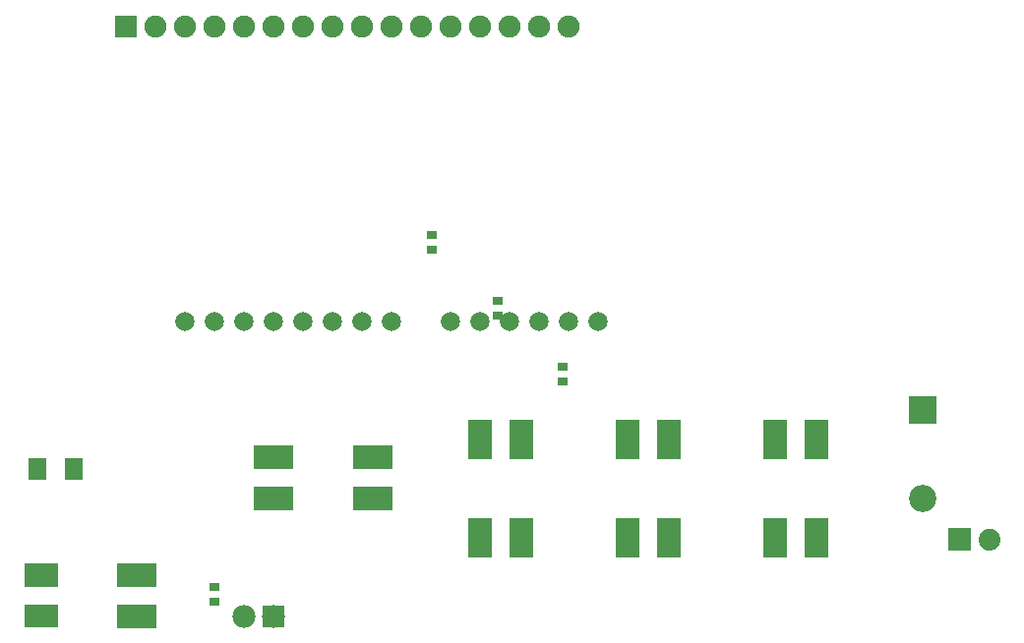
<source format=gtl>
G04 MADE WITH FRITZING*
G04 WWW.FRITZING.ORG*
G04 DOUBLE SIDED*
G04 HOLES PLATED*
G04 CONTOUR ON CENTER OF CONTOUR VECTOR*
%ASAXBY*%
%FSLAX23Y23*%
%MOIN*%
%OFA0B0*%
%SFA1.0B1.0*%
%ADD10C,0.065278*%
%ADD11C,0.074000*%
%ADD12C,0.075000*%
%ADD13C,0.078000*%
%ADD14C,0.092000*%
%ADD15R,0.075000X0.075000*%
%ADD16R,0.062992X0.074803*%
%ADD17R,0.137795X0.078740*%
%ADD18R,0.078740X0.137795*%
%ADD19R,0.035433X0.027559*%
%ADD20R,0.078000X0.078000*%
%ADD21R,0.092000X0.092000*%
%ADD22R,0.001000X0.001000*%
%LNCOPPER1*%
G90*
G70*
G54D10*
X1544Y1089D03*
X1644Y1089D03*
X1744Y1089D03*
X1844Y1089D03*
X1944Y1089D03*
X644Y1089D03*
X544Y1089D03*
X744Y1089D03*
X844Y1089D03*
X944Y1089D03*
X1044Y1089D03*
X1144Y1089D03*
X1244Y1089D03*
X1444Y1089D03*
G54D11*
X3169Y349D03*
X3269Y349D03*
X3169Y349D03*
X3269Y349D03*
G54D12*
X344Y2089D03*
X444Y2089D03*
X544Y2089D03*
X644Y2089D03*
X744Y2089D03*
X844Y2089D03*
X944Y2089D03*
X1044Y2089D03*
X1144Y2089D03*
X1244Y2089D03*
X1344Y2089D03*
X1444Y2089D03*
X1544Y2089D03*
X1644Y2089D03*
X1744Y2089D03*
X1844Y2089D03*
G54D13*
X844Y89D03*
X744Y89D03*
G54D14*
X3044Y789D03*
X3044Y489D03*
G54D15*
X344Y2089D03*
G54D16*
X44Y589D03*
X166Y589D03*
G54D17*
X844Y627D03*
X844Y489D03*
X1179Y489D03*
X1179Y627D03*
X379Y89D03*
X379Y227D03*
G54D18*
X1682Y689D03*
X1544Y689D03*
X1544Y354D03*
X1682Y354D03*
X2182Y689D03*
X2044Y689D03*
X2044Y354D03*
X2182Y354D03*
X2682Y689D03*
X2544Y689D03*
X2544Y354D03*
X2682Y354D03*
G54D19*
X2047Y714D03*
X2047Y663D03*
X1603Y1159D03*
X1603Y1107D03*
X1825Y936D03*
X1825Y885D03*
X1380Y1381D03*
X1380Y1330D03*
X644Y189D03*
X644Y138D03*
G54D20*
X844Y89D03*
G54D21*
X3044Y789D03*
G54D22*
X3132Y386D02*
X3205Y386D01*
X3132Y385D02*
X3205Y385D01*
X3132Y384D02*
X3205Y384D01*
X3132Y383D02*
X3205Y383D01*
X3132Y382D02*
X3205Y382D01*
X3132Y381D02*
X3205Y381D01*
X3132Y380D02*
X3205Y380D01*
X3132Y379D02*
X3205Y379D01*
X3132Y378D02*
X3205Y378D01*
X3132Y377D02*
X3205Y377D01*
X3132Y376D02*
X3205Y376D01*
X3132Y375D02*
X3205Y375D01*
X3132Y374D02*
X3205Y374D01*
X3132Y373D02*
X3205Y373D01*
X3132Y372D02*
X3205Y372D01*
X3132Y371D02*
X3205Y371D01*
X3132Y370D02*
X3205Y370D01*
X3132Y369D02*
X3165Y369D01*
X3172Y369D02*
X3205Y369D01*
X3132Y368D02*
X3161Y368D01*
X3176Y368D02*
X3205Y368D01*
X3132Y367D02*
X3159Y367D01*
X3178Y367D02*
X3205Y367D01*
X3132Y366D02*
X3157Y366D01*
X3180Y366D02*
X3205Y366D01*
X3132Y365D02*
X3156Y365D01*
X3181Y365D02*
X3205Y365D01*
X3132Y364D02*
X3154Y364D01*
X3182Y364D02*
X3205Y364D01*
X3132Y363D02*
X3153Y363D01*
X3183Y363D02*
X3205Y363D01*
X3132Y362D02*
X3153Y362D01*
X3184Y362D02*
X3205Y362D01*
X3132Y361D02*
X3152Y361D01*
X3185Y361D02*
X3205Y361D01*
X3132Y360D02*
X3151Y360D01*
X3186Y360D02*
X3205Y360D01*
X3132Y359D02*
X3150Y359D01*
X3186Y359D02*
X3205Y359D01*
X3132Y358D02*
X3150Y358D01*
X3187Y358D02*
X3205Y358D01*
X3132Y357D02*
X3149Y357D01*
X3187Y357D02*
X3205Y357D01*
X3132Y356D02*
X3149Y356D01*
X3188Y356D02*
X3205Y356D01*
X3132Y355D02*
X3149Y355D01*
X3188Y355D02*
X3205Y355D01*
X3132Y354D02*
X3148Y354D01*
X3188Y354D02*
X3205Y354D01*
X3132Y353D02*
X3148Y353D01*
X3188Y353D02*
X3205Y353D01*
X3132Y352D02*
X3148Y352D01*
X3189Y352D02*
X3205Y352D01*
X3132Y351D02*
X3148Y351D01*
X3189Y351D02*
X3205Y351D01*
X3132Y350D02*
X3148Y350D01*
X3189Y350D02*
X3205Y350D01*
X3132Y349D02*
X3148Y349D01*
X3189Y349D02*
X3205Y349D01*
X3132Y348D02*
X3148Y348D01*
X3189Y348D02*
X3205Y348D01*
X3132Y347D02*
X3148Y347D01*
X3189Y347D02*
X3205Y347D01*
X3132Y346D02*
X3148Y346D01*
X3189Y346D02*
X3205Y346D01*
X3132Y345D02*
X3148Y345D01*
X3188Y345D02*
X3205Y345D01*
X3132Y344D02*
X3149Y344D01*
X3188Y344D02*
X3205Y344D01*
X3132Y343D02*
X3149Y343D01*
X3188Y343D02*
X3205Y343D01*
X3132Y342D02*
X3149Y342D01*
X3187Y342D02*
X3205Y342D01*
X3132Y341D02*
X3150Y341D01*
X3187Y341D02*
X3205Y341D01*
X3132Y340D02*
X3150Y340D01*
X3186Y340D02*
X3205Y340D01*
X3132Y339D02*
X3151Y339D01*
X3186Y339D02*
X3205Y339D01*
X3132Y338D02*
X3151Y338D01*
X3185Y338D02*
X3205Y338D01*
X3132Y337D02*
X3152Y337D01*
X3185Y337D02*
X3205Y337D01*
X3132Y336D02*
X3153Y336D01*
X3184Y336D02*
X3205Y336D01*
X3132Y335D02*
X3154Y335D01*
X3183Y335D02*
X3205Y335D01*
X3132Y334D02*
X3155Y334D01*
X3182Y334D02*
X3205Y334D01*
X3132Y333D02*
X3156Y333D01*
X3180Y333D02*
X3205Y333D01*
X3132Y332D02*
X3158Y332D01*
X3179Y332D02*
X3205Y332D01*
X3132Y331D02*
X3160Y331D01*
X3177Y331D02*
X3205Y331D01*
X3132Y330D02*
X3163Y330D01*
X3174Y330D02*
X3205Y330D01*
X3132Y329D02*
X3205Y329D01*
X3132Y328D02*
X3205Y328D01*
X3132Y327D02*
X3205Y327D01*
X3132Y326D02*
X3205Y326D01*
X3132Y325D02*
X3205Y325D01*
X3132Y324D02*
X3205Y324D01*
X3132Y323D02*
X3205Y323D01*
X3132Y322D02*
X3205Y322D01*
X3132Y321D02*
X3205Y321D01*
X3132Y320D02*
X3205Y320D01*
X3132Y319D02*
X3205Y319D01*
X3132Y318D02*
X3205Y318D01*
X3132Y317D02*
X3205Y317D01*
X3132Y316D02*
X3205Y316D01*
X3132Y315D02*
X3205Y315D01*
X3132Y314D02*
X3205Y314D01*
X3132Y313D02*
X3205Y313D01*
X0Y266D02*
X112Y266D01*
X0Y265D02*
X112Y265D01*
X0Y264D02*
X112Y264D01*
X0Y263D02*
X112Y263D01*
X0Y262D02*
X112Y262D01*
X0Y261D02*
X112Y261D01*
X0Y260D02*
X112Y260D01*
X0Y259D02*
X112Y259D01*
X0Y258D02*
X112Y258D01*
X0Y257D02*
X112Y257D01*
X0Y256D02*
X112Y256D01*
X0Y255D02*
X112Y255D01*
X0Y254D02*
X112Y254D01*
X0Y253D02*
X112Y253D01*
X0Y252D02*
X112Y252D01*
X0Y251D02*
X112Y251D01*
X0Y250D02*
X112Y250D01*
X0Y249D02*
X112Y249D01*
X0Y248D02*
X112Y248D01*
X0Y247D02*
X112Y247D01*
X0Y246D02*
X112Y246D01*
X0Y245D02*
X112Y245D01*
X0Y244D02*
X112Y244D01*
X0Y243D02*
X112Y243D01*
X0Y242D02*
X112Y242D01*
X0Y241D02*
X112Y241D01*
X0Y240D02*
X112Y240D01*
X0Y239D02*
X112Y239D01*
X0Y238D02*
X112Y238D01*
X0Y237D02*
X112Y237D01*
X0Y236D02*
X112Y236D01*
X0Y235D02*
X112Y235D01*
X0Y234D02*
X112Y234D01*
X0Y233D02*
X112Y233D01*
X0Y232D02*
X112Y232D01*
X0Y231D02*
X112Y231D01*
X0Y230D02*
X112Y230D01*
X0Y229D02*
X112Y229D01*
X0Y228D02*
X112Y228D01*
X0Y227D02*
X112Y227D01*
X0Y226D02*
X112Y226D01*
X0Y225D02*
X112Y225D01*
X0Y224D02*
X112Y224D01*
X0Y223D02*
X112Y223D01*
X0Y222D02*
X112Y222D01*
X0Y221D02*
X112Y221D01*
X0Y220D02*
X112Y220D01*
X0Y219D02*
X112Y219D01*
X0Y218D02*
X112Y218D01*
X0Y217D02*
X112Y217D01*
X0Y216D02*
X112Y216D01*
X0Y215D02*
X112Y215D01*
X0Y214D02*
X112Y214D01*
X0Y213D02*
X112Y213D01*
X0Y212D02*
X112Y212D01*
X0Y211D02*
X112Y211D01*
X0Y210D02*
X112Y210D01*
X0Y209D02*
X112Y209D01*
X0Y208D02*
X112Y208D01*
X0Y207D02*
X112Y207D01*
X0Y206D02*
X112Y206D01*
X0Y205D02*
X112Y205D01*
X0Y204D02*
X112Y204D01*
X0Y203D02*
X112Y203D01*
X0Y202D02*
X112Y202D01*
X0Y201D02*
X112Y201D01*
X0Y200D02*
X112Y200D01*
X0Y199D02*
X112Y199D01*
X0Y198D02*
X112Y198D01*
X0Y197D02*
X112Y197D01*
X0Y196D02*
X112Y196D01*
X0Y195D02*
X112Y195D01*
X0Y194D02*
X112Y194D01*
X0Y193D02*
X112Y193D01*
X0Y192D02*
X112Y192D01*
X0Y191D02*
X112Y191D01*
X0Y190D02*
X112Y190D01*
X0Y189D02*
X112Y189D01*
X0Y188D02*
X112Y188D01*
X0Y128D02*
X112Y128D01*
X0Y127D02*
X112Y127D01*
X0Y126D02*
X112Y126D01*
X0Y125D02*
X112Y125D01*
X0Y124D02*
X112Y124D01*
X0Y123D02*
X112Y123D01*
X0Y122D02*
X112Y122D01*
X0Y121D02*
X112Y121D01*
X0Y120D02*
X112Y120D01*
X0Y119D02*
X112Y119D01*
X0Y118D02*
X112Y118D01*
X0Y117D02*
X112Y117D01*
X0Y116D02*
X112Y116D01*
X0Y115D02*
X112Y115D01*
X0Y114D02*
X112Y114D01*
X0Y113D02*
X112Y113D01*
X0Y112D02*
X112Y112D01*
X0Y111D02*
X112Y111D01*
X0Y110D02*
X112Y110D01*
X0Y109D02*
X112Y109D01*
X0Y108D02*
X112Y108D01*
X0Y107D02*
X112Y107D01*
X0Y106D02*
X112Y106D01*
X0Y105D02*
X112Y105D01*
X0Y104D02*
X112Y104D01*
X0Y103D02*
X112Y103D01*
X0Y102D02*
X112Y102D01*
X0Y101D02*
X112Y101D01*
X0Y100D02*
X112Y100D01*
X0Y99D02*
X112Y99D01*
X0Y98D02*
X112Y98D01*
X0Y97D02*
X112Y97D01*
X0Y96D02*
X112Y96D01*
X0Y95D02*
X112Y95D01*
X0Y94D02*
X112Y94D01*
X0Y93D02*
X112Y93D01*
X0Y92D02*
X112Y92D01*
X0Y91D02*
X112Y91D01*
X0Y90D02*
X112Y90D01*
X0Y89D02*
X112Y89D01*
X0Y88D02*
X112Y88D01*
X0Y87D02*
X112Y87D01*
X0Y86D02*
X112Y86D01*
X0Y85D02*
X112Y85D01*
X0Y84D02*
X112Y84D01*
X0Y83D02*
X112Y83D01*
X0Y82D02*
X112Y82D01*
X0Y81D02*
X112Y81D01*
X0Y80D02*
X112Y80D01*
X0Y79D02*
X112Y79D01*
X0Y78D02*
X112Y78D01*
X0Y77D02*
X112Y77D01*
X0Y76D02*
X112Y76D01*
X0Y75D02*
X112Y75D01*
X0Y74D02*
X112Y74D01*
X0Y73D02*
X112Y73D01*
X0Y72D02*
X112Y72D01*
X0Y71D02*
X112Y71D01*
X0Y70D02*
X112Y70D01*
X0Y69D02*
X112Y69D01*
X0Y68D02*
X112Y68D01*
X0Y67D02*
X112Y67D01*
X0Y66D02*
X112Y66D01*
X0Y65D02*
X112Y65D01*
X0Y64D02*
X112Y64D01*
X0Y63D02*
X112Y63D01*
X0Y62D02*
X112Y62D01*
X0Y61D02*
X112Y61D01*
X0Y60D02*
X112Y60D01*
X0Y59D02*
X112Y59D01*
X0Y58D02*
X112Y58D01*
X0Y57D02*
X112Y57D01*
X0Y56D02*
X112Y56D01*
X0Y55D02*
X112Y55D01*
X0Y54D02*
X112Y54D01*
X0Y53D02*
X112Y53D01*
X0Y52D02*
X112Y52D01*
X0Y51D02*
X112Y51D01*
D02*
G04 End of Copper1*
M02*
</source>
